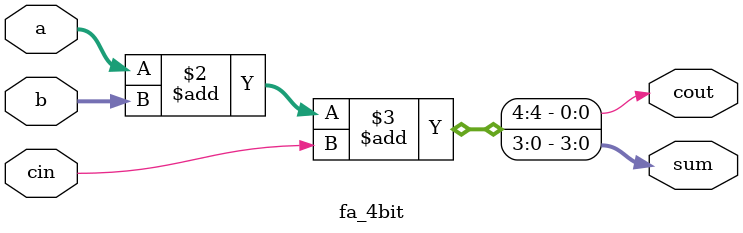
<source format=v>
module fa_4bit(a,b,cin,sum,cout);
input [3:0]a,b;
input cin;
output reg [3:0]sum;
output reg cout;
always @(*)begin
	{cout,sum}=a+b+cin;
end
endmodule

</source>
